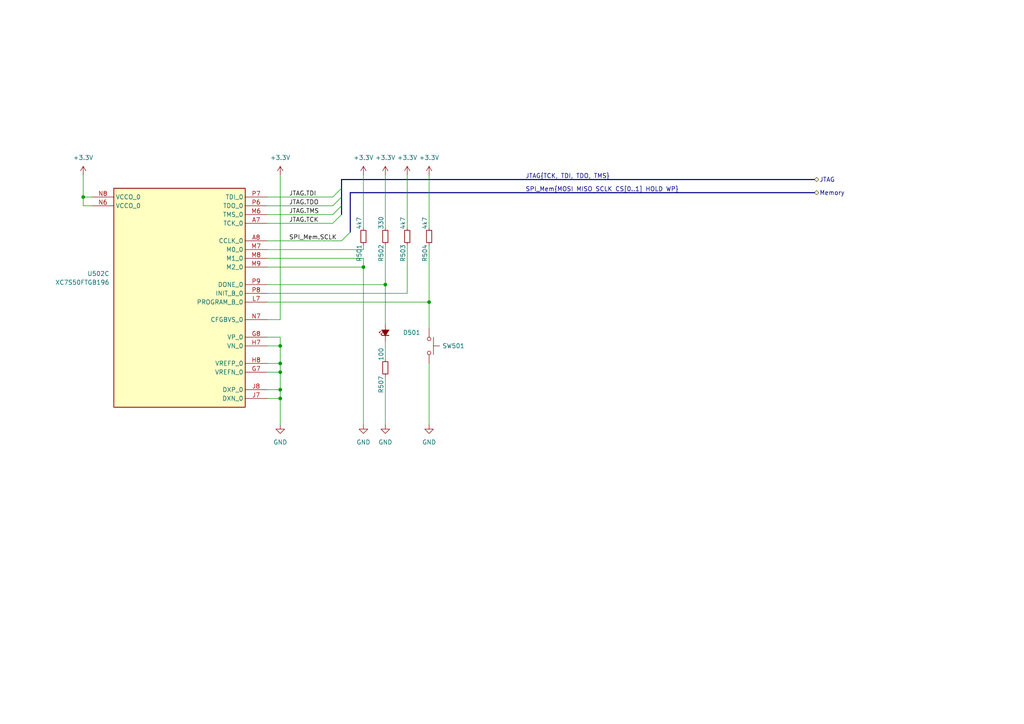
<source format=kicad_sch>
(kicad_sch (version 20250114) (generator "eeschema") (generator_version "9.0")
  (paper "A4")
  (lib_symbols
    (symbol "Device:LED_Small_Filled" (pin_numbers (hide yes)) (pin_names (offset 0.254) (hide yes))
      (property "Reference" "D" (at -1.27 3.175 0))
      (property "Value" "LED_Small_Filled" (at -4.445 -2.54 0))
      (symbol "LED_Small_Filled_0_1"
        (polyline (pts (xy -0.762 -1.016) (xy -0.762 1.016)) (stroke (width 0.254)))
        (polyline (pts (xy 0 0.762) (xy -0.508 1.27) (xy -0.254 1.27) (xy -0.508 1.27) (xy -0.508 1.016)))
        (polyline (pts (xy 0.508 1.27) (xy 0 1.778) (xy 0.254 1.778) (xy 0 1.778) (xy 0 1.524)))
        (polyline (pts (xy 0.762 -1.016) (xy -0.762 0) (xy 0.762 1.016) (xy 0.762 -1.016)) (stroke (width 0.254)) (fill (type outline)))
        (polyline (pts (xy 1.016 0) (xy -0.762 0)))
      )
      (symbol "LED_Small_Filled_1_1"
        (pin passive line (at -2.54 0 0) (length 1.778) (name "K") (number "1"))
        (pin passive line (at 2.54 0 180) (length 1.778) (name "A") (number "2"))
      )
    )
    (symbol "Device:R_Small" (pin_numbers (hide yes)) (pin_names (offset 0.254) (hide yes))
      (property "Reference" "R" (at 0.762 0.508 0))
      (property "Value" "R_Small" (at 0.762 -1.016 0))
      (symbol "R_Small_0_1"
        (rectangle (start -0.762 1.778) (end 0.762 -1.778) (stroke (width 0.2032)))
      )
      (symbol "R_Small_1_1"
        (pin passive line (at 0 2.54 270) (length 0.762) (name "~") (number "1"))
        (pin passive line (at 0 -2.54 90) (length 0.762) (name "~") (number "2"))
      )
    )
    (symbol "FPGA-Devel:XC7S50FTGB196"
      (property "Reference" "U" (at 1.016 -1.524 0))
      (property "Value" "XC7S50FTGB196" (at 30.226 -1.524 0))
      (symbol "XC7S50FTGB196_1_1"
        (rectangle (start 0 129.54) (end 38.1 0) (stroke (width 0.254)) (fill (type background)))
        (pin power_in line (at -6.35 127 0) (length 6.35) (name "VCCO_14") (number "G13"))
        (pin power_in line (at -6.35 124.46 0) (length 6.35) (name "VCCO_14") (number "K13"))
        (pin power_in line (at -6.35 121.92 0) (length 6.35) (name "VCCO_14") (number "N13"))
        (pin bidirectional line (at 44.45 127 180) (length 6.35) (name "IO_0_14") (number "E11"))
        (pin bidirectional line (at 44.45 124.46 180) (length 6.35) (name "IO_L1P_T0_D00_MOSI_14") (number "B11"))
        (pin bidirectional line (at 44.45 121.92 180) (length 6.35) (name "IO_L1N_T0_D01_DIN_14") (number "B12"))
        (pin bidirectional line (at 44.45 119.38 180) (length 6.35) (name "IO_L2P_T0_D02_14") (number "D10"))
        (pin bidirectional line (at 44.45 116.84 180) (length 6.35) (name "IO_L2N_T0_D03_14") (number "C10"))
        (pin bidirectional line (at 44.45 114.3 180) (length 6.35) (name "IO_L3P_T0_DQS_PUDC_B_14") (number "B10"))
        (pin bidirectional line (at 44.45 111.76 180) (length 6.35) (name "IO_L3N_T0_DQS_EMCCLK_14") (number "A10"))
        (pin bidirectional line (at 44.45 109.22 180) (length 6.35) (name "IO_L4P_T0_D04_14") (number "A12"))
        (pin bidirectional line (at 44.45 106.68 180) (length 6.35) (name "IO_L4N_T0_D05_14") (number "A13"))
        (pin bidirectional line (at 44.45 104.14 180) (length 6.35) (name "IO_L5P_T0_D06_14") (number "B13"))
        (pin bidirectional line (at 44.45 101.6 180) (length 6.35) (name "IO_L5N_T0_D07_14") (number "B14"))
        (pin bidirectional line (at 44.45 99.06 180) (length 6.35) (name "IO_L6P_T0_FCS_B_14") (number "C11"))
        (pin bidirectional line (at 44.45 96.52 180) (length 6.35) (name "IO_L6N_T0_D08_VREF_14") (number "C12"))
        (pin bidirectional line (at 44.45 93.98 180) (length 6.35) (name "IO_L7P_T1_D09_14") (number "F12"))
        (pin bidirectional line (at 44.45 91.44 180) (length 6.35) (name "IO_L7N_T1_D10_14") (number "E12"))
        (pin bidirectional line (at 44.45 88.9 180) (length 6.35) (name "IO_L8P_T1_D11_14") (number "D12"))
        (pin bidirectional line (at 44.45 86.36 180) (length 6.35) (name "IO_L8N_T1_D12_14") (number "D13"))
        (pin bidirectional line (at 44.45 83.82 180) (length 6.35) (name "IO_L9P_T1_DQS_14") (number "G14"))
        (pin bidirectional line (at 44.45 81.28 180) (length 6.35) (name "IO_L9N_T1_DQS_D13_14") (number "F14"))
        (pin bidirectional line (at 44.45 78.74 180) (length 6.35) (name "IO_L10P_T1_D14_14") (number "F13"))
        (pin bidirectional line (at 44.45 76.2 180) (length 6.35) (name "IO_L10N_T1_D15_14") (number "E13"))
        (pin bidirectional line (at 44.45 73.66 180) (length 6.35) (name "IO_L11P_T1_SRCC_14") (number "D14"))
        (pin bidirectional line (at 44.45 71.12 180) (length 6.35) (name "IO_L11N_T1_SRCC_14") (number "C14"))
        (pin bidirectional line (at 44.45 68.58 180) (length 6.35) (name "IO_L12P_T1_MRCC_14") (number "G11"))
        (pin bidirectional line (at 44.45 66.04 180) (length 6.35) (name "IO_L12N_T1_MRCC_14") (number "F11"))
        (pin bidirectional line (at 44.45 63.5 180) (length 6.35) (name "IO_L13P_T2_MRCC_14") (number "H11"))
        (pin bidirectional line (at 44.45 60.96 180) (length 6.35) (name "IO_L13N_T2_MRCC_14") (number "H12"))
        (pin bidirectional line (at 44.45 58.42 180) (length 6.35) (name "IO_L14P_T2_SRCC_14") (number "H13"))
        (pin bidirectional line (at 44.45 55.88 180) (length 6.35) (name "IO_L14N_T2_SRCC_14") (number "H14"))
        (pin bidirectional line (at 44.45 53.34 180) (length 6.35) (name "IO_L15P_T2_DQS_RDWR_B_14") (number "M13"))
        (pin bidirectional line (at 44.45 50.8 180) (length 6.35) (name "IO_L15N_T2_DQS_DOUT_CSO_B_14") (number "L14"))
        (pin bidirectional line (at 44.45 48.26 180) (length 6.35) (name "IO_L16P_T2_CSI_B_14") (number "L12"))
        (pin bidirectional line (at 44.45 45.72 180) (length 6.35) (name "IO_L16N_T2_A15_D31_14") (number "L13"))
        (pin bidirectional line (at 44.45 43.18 180) (length 6.35) (name "IO_L17P_T2_A14_D30_14") (number "J11"))
        (pin bidirectional line (at 44.45 40.64 180) (length 6.35) (name "IO_L17N_T2_A13_D29_14") (number "J12"))
        (pin bidirectional line (at 44.45 38.1 180) (length 6.35) (name "IO_L18P_T2_A12_D28_14") (number "J13"))
        (pin bidirectional line (at 44.45 35.56 180) (length 6.35) (name "IO_L18N_T2_A11_D27_14") (number "J14"))
        (pin bidirectional line (at 44.45 33.02 180) (length 6.35) (name "IO_L19P_T3_A10_D26_14") (number "K11"))
        (pin bidirectional line (at 44.45 30.48 180) (length 6.35) (name "IO_L19N_T3_A09_D25_VREF_14") (number "K12"))
        (pin bidirectional line (at 44.45 27.94 180) (length 6.35) (name "IO_L20P_T3_A08_D24_14") (number "M11"))
        (pin bidirectional line (at 44.45 25.4 180) (length 6.35) (name "IO_L20N_T3_A07_D23_14") (number "M12"))
        (pin bidirectional line (at 44.45 22.86 180) (length 6.35) (name "IO_L21P_T3_DQS_14") (number "N14"))
        (pin bidirectional line (at 44.45 20.32 180) (length 6.35) (name "IO_L21N_T3_DQS_A06_D22_14") (number "M14"))
        (pin bidirectional line (at 44.45 17.78 180) (length 6.35) (name "IO_L22P_T3_A05_D21_14") (number "P12"))
        (pin bidirectional line (at 44.45 15.24 180) (length 6.35) (name "IO_L22N_T3_A04_D20_14") (number "P13"))
        (pin bidirectional line (at 44.45 12.7 180) (length 6.35) (name "IO_L23P_T3_A03_D19_14") (number "N10"))
        (pin bidirectional line (at 44.45 10.16 180) (length 6.35) (name "IO_L23N_T3_A02_D18_14") (number "N11"))
        (pin bidirectional line (at 44.45 7.62 180) (length 6.35) (name "IO_L24P_T3_A01_D17_14") (number "P10"))
        (pin bidirectional line (at 44.45 5.08 180) (length 6.35) (name "IO_L24N_T3_A00_D16_14") (number "P11"))
        (pin bidirectional line (at 44.45 2.54 180) (length 6.35) (name "IO_25_14") (number "M10"))
      )
      (symbol "XC7S50FTGB196_2_1"
        (rectangle (start 0 129.54) (end 38.1 0) (stroke (width 0.254)) (fill (type background)))
        (pin power_in line (at -6.35 127 0) (length 6.35) (name "VCCO_34") (number "G2"))
        (pin power_in line (at -6.35 124.46 0) (length 6.35) (name "VCCO_34") (number "K2"))
        (pin power_in line (at -6.35 121.92 0) (length 6.35) (name "VCCO_34") (number "N2"))
        (pin bidirectional line (at 44.45 127 180) (length 6.35) (name "IO_0_34") (number "B6"))
        (pin bidirectional line (at 44.45 124.46 180) (length 6.35) (name "IO_L1P_T0_34") (number "D3"))
        (pin bidirectional line (at 44.45 121.92 180) (length 6.35) (name "IO_L1N_T0_34") (number "C3"))
        (pin bidirectional line (at 44.45 119.38 180) (length 6.35) (name "IO_L2P_T0_34") (number "A4"))
        (pin bidirectional line (at 44.45 116.84 180) (length 6.35) (name "IO_L2N_T0_34") (number "A3"))
        (pin bidirectional line (at 44.45 114.3 180) (length 6.35) (name "IO_L3P_T0_DQS_34") (number "B3"))
        (pin bidirectional line (at 44.45 111.76 180) (length 6.35) (name "IO_L3N_T0_DQS_34") (number "A2"))
        (pin bidirectional line (at 44.45 109.22 180) (length 6.35) (name "IO_L4P_T0_34") (number "B5"))
        (pin bidirectional line (at 44.45 106.68 180) (length 6.35) (name "IO_L4N_T0_34") (number "A5"))
        (pin bidirectional line (at 44.45 104.14 180) (length 6.35) (name "IO_L5P_T0_34") (number "B2"))
        (pin bidirectional line (at 44.45 101.6 180) (length 6.35) (name "IO_L5N_T0_34") (number "B1"))
        (pin bidirectional line (at 44.45 99.06 180) (length 6.35) (name "IO_L6P_T0_34") (number "C5"))
        (pin bidirectional line (at 44.45 96.52 180) (length 6.35) (name "IO_L6N_T0_VREF_34") (number "C4"))
        (pin bidirectional line (at 44.45 93.98 180) (length 6.35) (name "IO_L7P_T1_34") (number "E4"))
        (pin bidirectional line (at 44.45 91.44 180) (length 6.35) (name "IO_L7N_T1_34") (number "D4"))
        (pin bidirectional line (at 44.45 88.9 180) (length 6.35) (name "IO_L8P_T1_34") (number "F3"))
        (pin bidirectional line (at 44.45 86.36 180) (length 6.35) (name "IO_L8N_T1_34") (number "F2"))
        (pin bidirectional line (at 44.45 83.82 180) (length 6.35) (name "IO_L9P_T1_DQS_34") (number "G1"))
        (pin bidirectional line (at 44.45 81.28 180) (length 6.35) (name "IO_L9N_T1_DQS_34") (number "F1"))
        (pin bidirectional line (at 44.45 78.74 180) (length 6.35) (name "IO_L10P_T1_34") (number "E2"))
        (pin bidirectional line (at 44.45 76.2 180) (length 6.35) (name "IO_L10N_T1_34") (number "D2"))
        (pin bidirectional line (at 44.45 73.66 180) (length 6.35) (name "IO_L11P_T1_SRCC_34") (number "D1"))
        (pin bidirectional line (at 44.45 71.12 180) (length 6.35) (name "IO_L11N_T1_SRCC_34") (number "C1"))
        (pin bidirectional line (at 44.45 68.58 180) (length 6.35) (name "IO_L12P_T1_MRCC_34") (number "G4"))
        (pin bidirectional line (at 44.45 66.04 180) (length 6.35) (name "IO_L12N_T1_MRCC_34") (number "F4"))
        (pin bidirectional line (at 44.45 63.5 180) (length 6.35) (name "IO_L13P_T2_MRCC_34") (number "H4"))
        (pin bidirectional line (at 44.45 60.96 180) (length 6.35) (name "IO_L13N_T2_MRCC_34") (number "H3"))
        (pin bidirectional line (at 44.45 58.42 180) (length 6.35) (name "IO_L14P_T2_SRCC_34") (number "H2"))
        (pin bidirectional line (at 44.45 55.88 180) (length 6.35) (name "IO_L14N_T2_SRCC_34") (number "H1"))
        (pin bidirectional line (at 44.45 53.34 180) (length 6.35) (name "IO_L15P_T2_DQS_34") (number "J2"))
        (pin bidirectional line (at 44.45 50.8 180) (length 6.35) (name "IO_L15N_T2_DQS_34") (number "J1"))
        (pin bidirectional line (at 44.45 48.26 180) (length 6.35) (name "IO_L16P_T2_34") (number "K4"))
        (pin bidirectional line (at 44.45 45.72 180) (length 6.35) (name "IO_L16N_T2_34") (number "K3"))
        (pin bidirectional line (at 44.45 43.18 180) (length 6.35) (name "IO_L17P_T2_34") (number "J4"))
        (pin bidirectional line (at 44.45 40.64 180) (length 6.35) (name "IO_L17N_T2_34") (number "J3"))
        (pin bidirectional line (at 44.45 38.1 180) (length 6.35) (name "IO_L18P_T2_34") (number "M1"))
        (pin bidirectional line (at 44.45 35.56 180) (length 6.35) (name "IO_L18N_T2_34") (number "L1"))
        (pin bidirectional line (at 44.45 33.02 180) (length 6.35) (name "IO_L19P_T3_34") (number "M3"))
        (pin bidirectional line (at 44.45 30.48 180) (length 6.35) (name "IO_L19N_T3_VREF_34") (number "M2"))
        (pin bidirectional line (at 44.45 27.94 180) (length 6.35) (name "IO_L20P_T3_34") (number "P2"))
        (pin bidirectional line (at 44.45 25.4 180) (length 6.35) (name "IO_L20N_T3_34") (number "N1"))
        (pin bidirectional line (at 44.45 22.86 180) (length 6.35) (name "IO_L21P_T3_DQS_34") (number "P4"))
        (pin bidirectional line (at 44.45 20.32 180) (length 6.35) (name "IO_L21N_T3_DQS_34") (number "P3"))
        (pin bidirectional line (at 44.45 17.78 180) (length 6.35) (name "IO_L22P_T3_34") (number "L3"))
        (pin bidirectional line (at 44.45 15.24 180) (length 6.35) (name "IO_L22N_T3_34") (number "L2"))
        (pin bidirectional line (at 44.45 12.7 180) (length 6.35) (name "IO_L23P_T3_34") (number "M5"))
        (pin bidirectional line (at 44.45 10.16 180) (length 6.35) (name "IO_L23N_T3_34") (number "M4"))
        (pin bidirectional line (at 44.45 7.62 180) (length 6.35) (name "IO_L24P_T3_34") (number "P5"))
        (pin bidirectional line (at 44.45 5.08 180) (length 6.35) (name "IO_L24N_T3_34") (number "N4"))
        (pin bidirectional line (at 44.45 2.54 180) (length 6.35) (name "IO_25_34") (number "L5"))
      )
      (symbol "XC7S50FTGB196_3_1"
        (rectangle (start 0 63.5) (end 38.1 0) (stroke (width 0.254)) (fill (type background)))
        (pin power_in line (at -6.35 60.96 0) (length 6.35) (name "VCCO_0") (number "N8"))
        (pin power_in line (at -6.35 58.42 0) (length 6.35) (name "VCCO_0") (number "N6"))
        (pin bidirectional line (at 44.45 60.96 180) (length 6.35) (name "TDI_0") (number "P7"))
        (pin bidirectional line (at 44.45 58.42 180) (length 6.35) (name "TDO_0") (number "P6"))
        (pin bidirectional line (at 44.45 55.88 180) (length 6.35) (name "TMS_0") (number "M6"))
        (pin bidirectional line (at 44.45 53.34 180) (length 6.35) (name "TCK_0") (number "A7"))
        (pin bidirectional line (at 44.45 48.26 180) (length 6.35) (name "CCLK_0") (number "A8"))
        (pin bidirectional line (at 44.45 45.72 180) (length 6.35) (name "M0_0") (number "M7"))
        (pin bidirectional line (at 44.45 43.18 180) (length 6.35) (name "M1_0") (number "M8"))
        (pin bidirectional line (at 44.45 40.64 180) (length 6.35) (name "M2_0") (number "M9"))
        (pin bidirectional line (at 44.45 35.56 180) (length 6.35) (name "DONE_0") (number "P9"))
        (pin bidirectional line (at 44.45 33.02 180) (length 6.35) (name "INIT_B_0") (number "P8"))
        (pin bidirectional line (at 44.45 30.48 180) (length 6.35) (name "PROGRAM_B_0") (number "L7"))
        (pin bidirectional line (at 44.45 25.4 180) (length 6.35) (name "CFGBVS_0") (number "N7"))
        (pin bidirectional line (at 44.45 20.32 180) (length 6.35) (name "VP_0") (number "G8"))
        (pin bidirectional line (at 44.45 17.78 180) (length 6.35) (name "VN_0") (number "H7"))
        (pin bidirectional line (at 44.45 12.7 180) (length 6.35) (name "VREFP_0") (number "H8"))
        (pin bidirectional line (at 44.45 10.16 180) (length 6.35) (name "VREFN_0") (number "G7"))
        (pin bidirectional line (at 44.45 5.08 180) (length 6.35) (name "DXP_0") (number "J8"))
        (pin bidirectional line (at 44.45 2.54 180) (length 6.35) (name "DXN_0") (number "J7"))
      )
      (symbol "XC7S50FTGB196_4_1"
        (rectangle (start 0 99.06) (end 38.1 0) (stroke (width 0.254)) (fill (type background)))
        (pin power_in line (at -6.35 96.52 0) (length 6.35) (name "VCCAUX") (number "F10"))
        (pin power_in line (at -6.35 93.98 0) (length 6.35) (name "VCCAUX") (number "H10"))
        (pin power_in line (at -6.35 91.44 0) (length 6.35) (name "VCCAUX") (number "K10"))
        (pin power_in line (at -6.35 88.9 0) (length 6.35) (name "VCCAUX") (number "L9"))
        (pin power_in line (at -6.35 83.82 0) (length 6.35) (name "GNDADC_0") (number "F7"))
        (pin power_in line (at -6.35 81.28 0) (length 6.35) (name "VCCADC_0") (number "F8"))
        (pin power_in line (at -6.35 78.74 0) (length 6.35) (name "VCCBATT_0") (number "B8"))
        (pin power_in line (at -6.35 73.66 0) (length 6.35) (name "VCCBRAM") (number "E5"))
        (pin power_in line (at -6.35 71.12 0) (length 6.35) (name "VCCBRAM") (number "G5"))
        (pin power_in line (at -6.35 68.58 0) (length 6.35) (name "VCCBRAM") (number "J5"))
        (pin power_in line (at -6.35 63.5 0) (length 6.35) (name "GND") (number "A1"))
        (pin power_in line (at -6.35 60.96 0) (length 6.35) (name "GND") (number "A6"))
        (pin power_in line (at -6.35 58.42 0) (length 6.35) (name "GND") (number "A9"))
        (pin power_in line (at -6.35 55.88 0) (length 6.35) (name "GND") (number "A11"))
        (pin power_in line (at -6.35 53.34 0) (length 6.35) (name "GND") (number "A14"))
        (pin power_in line (at -6.35 50.8 0) (length 6.35) (name "GND") (number "B4"))
        (pin power_in line (at -6.35 48.26 0) (length 6.35) (name "GND") (number "B7"))
        (pin power_in line (at -6.35 45.72 0) (length 6.35) (name "GND") (number "B9"))
        (pin power_in line (at -6.35 43.18 0) (length 6.35) (name "GND") (number "C2"))
        (pin power_in line (at -6.35 40.64 0) (length 6.35) (name "GND") (number "C6"))
        (pin power_in line (at -6.35 38.1 0) (length 6.35) (name "GND") (number "C7"))
        (pin power_in line (at -6.35 35.56 0) (length 6.35) (name "GND") (number "C8"))
        (pin power_in line (at -6.35 33.02 0) (length 6.35) (name "GND") (number "C9"))
        (pin power_in line (at -6.35 30.48 0) (length 6.35) (name "GND") (number "C13"))
        (pin power_in line (at -6.35 27.94 0) (length 6.35) (name "GND") (number "D5"))
        (pin power_in line (at -6.35 25.4 0) (length 6.35) (name "GND") (number "D7"))
        (pin power_in line (at -6.35 22.86 0) (length 6.35) (name "GND") (number "D9"))
        (pin power_in line (at -6.35 20.32 0) (length 6.35) (name "GND") (number "D11"))
        (pin power_in line (at -6.35 17.78 0) (length 6.35) (name "GND") (number "E1"))
        (pin power_in line (at -6.35 15.24 0) (length 6.35) (name "GND") (number "E3"))
        (pin power_in line (at -6.35 12.7 0) (length 6.35) (name "GND") (number "E6"))
        (pin power_in line (at -6.35 10.16 0) (length 6.35) (name "GND") (number "E8"))
        (pin power_in line (at -6.35 7.62 0) (length 6.35) (name "GND") (number "E10"))
        (pin power_in line (at -6.35 5.08 0) (length 6.35) (name "GND") (number "E14"))
        (pin power_in line (at -6.35 2.54 0) (length 6.35) (name "GND") (number "F5"))
        (pin power_in line (at 44.45 96.52 180) (length 6.35) (name "VCCINT") (number "D6"))
        (pin power_in line (at 44.45 93.98 180) (length 6.35) (name "VCCINT") (number "D8"))
        (pin power_in line (at 44.45 91.44 180) (length 6.35) (name "VCCINT") (number "E7"))
        (pin power_in line (at 44.45 88.9 180) (length 6.35) (name "VCCINT") (number "E9"))
        (pin power_in line (at 44.45 86.36 180) (length 6.35) (name "VCCINT") (number "F6"))
        (pin power_in line (at 44.45 83.82 180) (length 6.35) (name "VCCINT") (number "G9"))
        (pin power_in line (at 44.45 81.28 180) (length 6.35) (name "VCCINT") (number "H6"))
        (pin power_in line (at 44.45 78.74 180) (length 6.35) (name "VCCINT") (number "J9"))
        (pin power_in line (at 44.45 76.2 180) (length 6.35) (name "VCCINT") (number "K6"))
        (pin power_in line (at 44.45 73.66 180) (length 6.35) (name "VCCINT") (number "K8"))
        (pin power_in line (at 44.45 66.04 180) (length 6.35) (name "GND") (number "F9"))
        (pin power_in line (at 44.45 63.5 180) (length 6.35) (name "GND") (number "G3"))
        (pin power_in line (at 44.45 60.96 180) (length 6.35) (name "GND") (number "G6"))
        (pin power_in line (at 44.45 58.42 180) (length 6.35) (name "GND") (number "G10"))
        (pin power_in line (at 44.45 55.88 180) (length 6.35) (name "GND") (number "G12"))
        (pin power_in line (at 44.45 53.34 180) (length 6.35) (name "GND") (number "H18"))
        (pin power_in line (at 44.45 50.8 180) (length 6.35) (name "GND") (number "H5"))
        (pin power_in line (at 44.45 48.26 180) (length 6.35) (name "GND") (number "H9"))
        (pin power_in line (at 44.45 45.72 180) (length 6.35) (name "GND") (number "J6"))
        (pin power_in line (at 44.45 43.18 180) (length 6.35) (name "GND") (number "J10"))
        (pin power_in line (at 44.45 40.64 180) (length 6.35) (name "GND") (number "K1"))
        (pin power_in line (at 44.45 38.1 180) (length 6.35) (name "GND") (number "K5"))
        (pin power_in line (at 44.45 35.56 180) (length 6.35) (name "GND") (number "K7"))
        (pin power_in line (at 44.45 33.02 180) (length 6.35) (name "GND") (number "K9"))
        (pin power_in line (at 44.45 30.48 180) (length 6.35) (name "GND") (number "K14"))
        (pin power_in line (at 44.45 27.94 180) (length 6.35) (name "GND") (number "L4"))
        (pin power_in line (at 44.45 25.4 180) (length 6.35) (name "GND") (number "L6"))
        (pin power_in line (at 44.45 22.86 180) (length 6.35) (name "GND") (number "L8"))
        (pin power_in line (at 44.45 20.32 180) (length 6.35) (name "GND") (number "L10"))
        (pin power_in line (at 44.45 17.78 180) (length 6.35) (name "GND") (number "L11"))
        (pin power_in line (at 44.45 15.24 180) (length 6.35) (name "GND") (number "N3"))
        (pin power_in line (at 44.45 12.7 180) (length 6.35) (name "GND") (number "N5"))
        (pin power_in line (at 44.45 10.16 180) (length 6.35) (name "GND") (number "N9"))
        (pin power_in line (at 44.45 7.62 180) (length 6.35) (name "GND") (number "N12"))
        (pin power_in line (at 44.45 5.08 180) (length 6.35) (name "GND") (number "P1"))
        (pin power_in line (at 44.45 2.54 180) (length 6.35) (name "GND") (number "P14"))
      )
    )
    (symbol "Switch:SW_Omron_B3FS" (pin_numbers (hide yes)) (pin_names (offset 1.016) (hide yes))
      (property "Reference" "SW" (at 1.27 2.54 0))
      (property "Value" "SW_Omron_B3FS" (at 0 -1.524 0))
      (symbol "SW_Omron_B3FS_0_1"
        (circle (center -2.032 0) (radius 0.508))
        (polyline (pts (xy 0 1.27) (xy 0 3.048)))
        (circle (center 2.032 0) (radius 0.508))
        (polyline (pts (xy 2.54 1.27) (xy -2.54 1.27)))
        (pin passive line (at -5.08 0 0) (length 2.54) (name "1") (number "1"))
        (pin passive line (at 5.08 0 180) (length 2.54) (name "2") (number "2"))
      )
    )
    (symbol "power:+3.3V" (power) (pin_names (offset 0))
      (property "Value" "+3.3V" (at 0 3.556 0))
      (symbol "+3.3V_0_1"
        (polyline (pts (xy -0.762 1.27) (xy 0 2.54)))
        (polyline (pts (xy 0 2.54) (xy 0.762 1.27)))
        (polyline (pts (xy 0 0) (xy 0 2.54)))
      )
      (symbol "+3.3V_1_1"
        (pin power_in line (at 0 0 90) (length 0) (hide yes) (name "+3.3V") (number "1"))
      )
    )
    (symbol "power:GND" (power) (pin_names (offset 0))
      (property "Value" "GND" (at 0 -3.81 0))
      (symbol "GND_0_1"
        (polyline (pts (xy 0 0) (xy 0 -1.27) (xy 1.27 -1.27) (xy 0 -2.54) (xy -1.27 -1.27) (xy 0 -1.27)))
      )
      (symbol "GND_1_1"
        (pin power_in line (at 0 0 270) (length 0) (hide yes) (name "GND") (number "1"))
      )
    )
  )
  (junction (at 81.28 115.57))
  (junction (at 111.76 82.55))
  (junction (at 124.46 87.63))
  (junction (at 81.28 105.41))
  (junction (at 81.28 100.33))
  (junction (at 81.28 107.95))
  (junction (at 81.28 113.03))
  (junction (at 24.13 57.15))
  (junction (at 105.41 77.47))
  (bus_entry (at 99.06 54.61) (size -2.54 2.54))
  (bus_entry (at 101.6 67.31) (size -2.54 2.54))
  (bus_entry (at 99.06 57.15) (size -2.54 2.54))
  (bus_entry (at 99.06 59.69) (size -2.54 2.54))
  (bus_entry (at 99.06 62.23) (size -2.54 2.54))
  (wire (pts (xy 77.47 77.47) (xy 105.41 77.47)))
  (wire (pts (xy 24.13 57.15) (xy 26.67 57.15)))
  (wire (pts (xy 124.46 105.41) (xy 124.46 123.19)))
  (wire (pts (xy 81.28 113.03) (xy 81.28 115.57)))
  (bus (pts (xy 101.6 55.88) (xy 236.22 55.88)))
  (wire (pts (xy 24.13 59.69) (xy 26.67 59.69)))
  (wire (pts (xy 77.47 69.85) (xy 99.06 69.85)))
  (wire (pts (xy 77.47 113.03) (xy 81.28 113.03)))
  (wire (pts (xy 124.46 50.8) (xy 124.46 66.04)))
  (wire (pts (xy 81.28 92.71) (xy 77.47 92.71)))
  (bus (pts (xy 99.06 54.61) (xy 99.06 57.15)))
  (wire (pts (xy 105.41 72.39) (xy 105.41 71.12)))
  (wire (pts (xy 118.11 85.09) (xy 77.47 85.09)))
  (wire (pts (xy 105.41 123.19) (xy 105.41 77.47)))
  (wire (pts (xy 77.47 97.79) (xy 81.28 97.79)))
  (wire (pts (xy 118.11 50.8) (xy 118.11 66.04)))
  (wire (pts (xy 24.13 50.8) (xy 24.13 57.15)))
  (wire (pts (xy 105.41 77.47) (xy 105.41 74.93)))
  (wire (pts (xy 81.28 107.95) (xy 81.28 113.03)))
  (wire (pts (xy 24.13 57.15) (xy 24.13 59.69)))
  (bus (pts (xy 99.06 57.15) (xy 99.06 59.69)))
  (bus (pts (xy 99.06 52.07) (xy 236.22 52.07)))
  (wire (pts (xy 124.46 87.63) (xy 77.47 87.63)))
  (wire (pts (xy 77.47 64.77) (xy 96.52 64.77)))
  (wire (pts (xy 111.76 99.06) (xy 111.76 104.14)))
  (wire (pts (xy 111.76 50.8) (xy 111.76 66.04)))
  (wire (pts (xy 124.46 71.12) (xy 124.46 87.63)))
  (wire (pts (xy 105.41 50.8) (xy 105.41 66.04)))
  (wire (pts (xy 77.47 59.69) (xy 96.52 59.69)))
  (wire (pts (xy 77.47 62.23) (xy 96.52 62.23)))
  (bus (pts (xy 99.06 52.07) (xy 99.06 54.61)))
  (wire (pts (xy 111.76 82.55) (xy 111.76 93.98)))
  (bus (pts (xy 101.6 55.88) (xy 101.6 67.31)))
  (wire (pts (xy 77.47 115.57) (xy 81.28 115.57)))
  (wire (pts (xy 105.41 74.93) (xy 77.47 74.93)))
  (wire (pts (xy 111.76 71.12) (xy 111.76 82.55)))
  (wire (pts (xy 81.28 100.33) (xy 81.28 105.41)))
  (wire (pts (xy 81.28 105.41) (xy 81.28 107.95)))
  (wire (pts (xy 118.11 71.12) (xy 118.11 85.09)))
  (bus (pts (xy 99.06 59.69) (xy 99.06 62.23)))
  (wire (pts (xy 81.28 50.8) (xy 81.28 92.71)))
  (wire (pts (xy 111.76 109.22) (xy 111.76 123.19)))
  (wire (pts (xy 77.47 57.15) (xy 96.52 57.15)))
  (wire (pts (xy 111.76 82.55) (xy 77.47 82.55)))
  (wire (pts (xy 81.28 97.79) (xy 81.28 100.33)))
  (wire (pts (xy 77.47 72.39) (xy 105.41 72.39)))
  (wire (pts (xy 77.47 105.41) (xy 81.28 105.41)))
  (wire (pts (xy 81.28 115.57) (xy 81.28 123.19)))
  (wire (pts (xy 124.46 87.63) (xy 124.46 95.25)))
  (wire (pts (xy 77.47 100.33) (xy 81.28 100.33)))
  (wire (pts (xy 77.47 107.95) (xy 81.28 107.95)))
  (label "SPI_Mem.SCLK" (at 83.82 69.85 0))
  (label "JTAG.TDO" (at 83.82 59.69 0))
  (label "JTAG{TCK, TDI, TDO, TMS}" (at 152.4 52.07 0))
  (label "JTAG.TMS" (at 83.82 62.23 0))
  (label "JTAG.TDI" (at 83.82 57.15 0))
  (label "SPI_Mem{MOSI MISO SCLK CS[0..1] HOLD WP}" (at 152.4 55.88 0))
  (label "JTAG.TCK" (at 83.82 64.77 0))
  (hierarchical_label "JTAG" (shape bidirectional) (at 236.22 52.07 0))
  (hierarchical_label "Memory" (shape bidirectional) (at 236.22 55.88 0))
  (symbol (lib_id "Device:R_Small") (at 124.46 68.58 0) (unit 1)
    (property "Reference" "R504" (at 123.952 70.866 90) (effects (justify right bottom)))
    (property "Value" "4k7" (at 123.952 66.548 90) (effects (justify left bottom)))
    (property "Footprint" "Resistor_SMD:R_0402_1005Metric" (effects (hide yes)))
    (property "Description" "Resistor, small symbol" (effects (hide yes)))
    (property "Würth" "560112110245" (effects (hide yes)))
  )
  (symbol (lib_id "power:+3.3V") (at 111.76 50.8 0) (unit 1)
    (property "Reference" "#PWR0504" (effects (hide yes)))
    (property "Value" "+3.3V" (at 111.76 45.72 0))
    (property "Description" "Power symbol creates a global label with name \"+3.3V\"" (effects (hide yes)))
  )
  (symbol (lib_id "Device:R_Small") (at 105.41 68.58 0) (unit 1)
    (property "Reference" "R501" (at 104.902 70.866 90) (effects (justify right bottom)))
    (property "Value" "4k7" (at 104.902 66.548 90) (effects (justify left bottom)))
    (property "Footprint" "Resistor_SMD:R_0402_1005Metric" (effects (hide yes)))
    (property "Description" "Resistor, small symbol" (effects (hide yes)))
    (property "Würth" "560112110245" (effects (hide yes)))
  )
  (symbol (lib_id "power:+3.3V") (at 124.46 50.8 0) (unit 1)
    (property "Reference" "#PWR0506" (effects (hide yes)))
    (property "Value" "+3.3V" (at 124.46 45.72 0))
    (property "Description" "Power symbol creates a global label with name \"+3.3V\"" (effects (hide yes)))
  )
  (symbol (lib_id "power:+3.3V") (at 118.11 50.8 0) (unit 1)
    (property "Reference" "#PWR0505" (effects (hide yes)))
    (property "Value" "+3.3V" (at 118.11 45.72 0))
    (property "Description" "Power symbol creates a global label with name \"+3.3V\"" (effects (hide yes)))
  )
  (symbol (lib_id "power:GND") (at 111.76 123.19 0) (unit 1)
    (property "Reference" "#PWR0513" (effects (hide yes)))
    (property "Value" "GND" (at 111.76 128.27 0))
    (property "Description" "Power symbol creates a global label with name \"GND\" , ground" (effects (hide yes)))
  )
  (symbol (lib_id "Device:R_Small") (at 118.11 68.58 0) (unit 1)
    (property "Reference" "R503" (at 117.602 70.866 90) (effects (justify right bottom)))
    (property "Value" "4k7" (at 117.602 66.548 90) (effects (justify left bottom)))
    (property "Footprint" "Resistor_SMD:R_0402_1005Metric" (effects (hide yes)))
    (property "Description" "Resistor, small symbol" (effects (hide yes)))
    (property "Würth" "560112110245" (effects (hide yes)))
  )
  (symbol (lib_id "power:+3.3V") (at 105.41 50.8 0) (unit 1)
    (property "Reference" "#PWR0503" (effects (hide yes)))
    (property "Value" "+3.3V" (at 105.41 45.72 0))
    (property "Description" "Power symbol creates a global label with name \"+3.3V\"" (effects (hide yes)))
  )
  (symbol (lib_id "Switch:SW_Omron_B3FS") (at 124.46 100.33 270) (unit 1)
    (property "Reference" "SW501" (at 128.27 100.3299 90) (effects (justify left)))
    (property "Value" "SW_Omron_B3FS" (effects (hide yes)))
    (property "Footprint" "Library:SW_PUSH_6mm_H4.3mm" (effects (hide yes)))
    (property "Datasheet" "https://omronfs.omron.com/en_US/ecb/products/pdf/en-b3fs.pdf" (effects (hide yes)))
    (property "Description" "Omron B3FS 6x6mm single pole normally-open tactile switch" (effects (hide yes)))
    (property "Würth" "430156043736" (effects (hide yes)))
  )
  (symbol (lib_id "power:GND") (at 81.28 123.19 0) (unit 1)
    (property "Reference" "#PWR0511" (effects (hide yes)))
    (property "Value" "GND" (at 81.28 128.27 0))
    (property "Description" "Power symbol creates a global label with name \"GND\" , ground" (effects (hide yes)))
  )
  (symbol (lib_id "Device:LED_Small_Filled") (at 111.76 96.52 90) (unit 1)
    (property "Reference" "D501" (at 116.84 96.4564 90) (effects (justify right)))
    (property "Value" "LED_Small_Filled" (effects (hide yes)))
    (property "Footprint" "Library:LED_0603_1608Metric" (effects (hide yes)))
    (property "Description" "Light emitting diode, small symbol, filled shape" (effects (hide yes)))
    (property "Würth" "150060AS75000" (effects (hide yes)))
  )
  (symbol (lib_id "FPGA-Devel:XC7S50FTGB196") (at 33.02 118.11 0) (unit 3)
    (property "Reference" "U502" (at 31.75 79.3749 0) (effects (justify right)))
    (property "Value" "XC7S50FTGB196" (at 31.75 81.9149 0) (effects (justify right)))
    (property "Footprint" "Package_BGA:Xilinx_FTGB196" (effects (hide yes)))
    (property "Würth" "-" (effects (hide yes)))
  )
  (symbol (lib_id "power:GND") (at 124.46 123.19 0) (unit 1)
    (property "Reference" "#PWR0514" (effects (hide yes)))
    (property "Value" "GND" (at 124.46 128.27 0))
    (property "Description" "Power symbol creates a global label with name \"GND\" , ground" (effects (hide yes)))
  )
  (symbol (lib_id "Device:R_Small") (at 111.76 106.68 0) (unit 1)
    (property "Reference" "R507" (at 111.252 108.966 90) (effects (justify right bottom)))
    (property "Value" "100" (at 111.252 104.648 90) (effects (justify left bottom)))
    (property "Footprint" "Resistor_SMD:R_0402_1005Metric" (effects (hide yes)))
    (property "Description" "Resistor, small symbol" (effects (hide yes)))
    (property "Würth" "560112110022" (effects (hide yes)))
  )
  (symbol (lib_id "Device:R_Small") (at 111.76 68.58 0) (unit 1)
    (property "Reference" "R502" (at 111.252 70.866 90) (effects (justify right bottom)))
    (property "Value" "330" (at 111.252 66.548 90) (effects (justify left bottom)))
    (property "Footprint" "Resistor_SMD:R_0402_1005Metric" (effects (hide yes)))
    (property "Description" "Resistor, small symbol" (effects (hide yes)))
    (property "Würth" "560112110231" (effects (hide yes)))
  )
  (symbol (lib_id "power:GND") (at 105.41 123.19 0) (unit 1)
    (property "Reference" "#PWR0512" (effects (hide yes)))
    (property "Value" "GND" (at 105.41 128.27 0))
    (property "Description" "Power symbol creates a global label with name \"GND\" , ground" (effects (hide yes)))
  )
  (symbol (lib_id "power:+3.3V") (at 24.13 50.8 0) (unit 1)
    (property "Reference" "#PWR0501" (effects (hide yes)))
    (property "Value" "+3.3V" (at 24.13 45.72 0))
    (property "Description" "Power symbol creates a global label with name \"+3.3V\"" (effects (hide yes)))
  )
  (symbol (lib_id "power:+3.3V") (at 81.28 50.8 0) (unit 1)
    (property "Reference" "#PWR0502" (effects (hide yes)))
    (property "Value" "+3.3V" (at 81.28 45.72 0))
    (property "Description" "Power symbol creates a global label with name \"+3.3V\"" (effects (hide yes)))
  )
)
</source>
